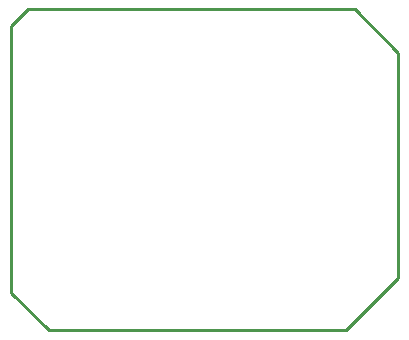
<source format=gko>
G04 Layer: BoardOutline*
G04 EasyEDA v5.9.42, Wed, 03 Apr 2019 18:24:54 GMT*
G04 579cbe9e52b34580ac28a50418072f00*
G04 Gerber Generator version 0.2*
G04 Scale: 100 percent, Rotated: No, Reflected: No *
G04 Dimensions in millimeters *
G04 leading zeros omitted , absolute positions ,3 integer and 3 decimal *
%FSLAX33Y33*%
%MOMM*%
G90*
G71D02*

%ADD10C,0.254000*%
G54D10*
G01X0Y25781D02*
G01X1397Y27178D01*
G01X29083Y27178D01*
G01X32766Y23495D01*
G01X32766Y4445D01*
G01X28321Y0D01*
G01X3175Y0D01*
G01X0Y3175D01*
G01X0Y25781D01*

%LPD*%
M00*
M02*

</source>
